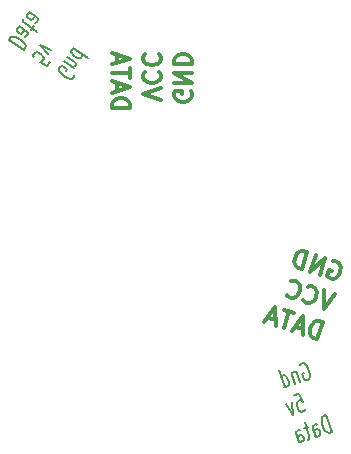
<source format=gbr>
%TF.GenerationSoftware,KiCad,Pcbnew,5.1.8*%
%TF.CreationDate,2021-01-22T11:52:35-05:00*%
%TF.ProjectId,penrosedart,70656e72-6f73-4656-9461-72742e6b6963,rev?*%
%TF.SameCoordinates,Original*%
%TF.FileFunction,Legend,Bot*%
%TF.FilePolarity,Positive*%
%FSLAX46Y46*%
G04 Gerber Fmt 4.6, Leading zero omitted, Abs format (unit mm)*
G04 Created by KiCad (PCBNEW 5.1.8) date 2021-01-22 11:52:35*
%MOMM*%
%LPD*%
G01*
G04 APERTURE LIST*
%ADD10C,0.375000*%
%ADD11C,0.150000*%
%ADD12C,0.100000*%
%ADD13C,2.100000*%
%ADD14C,1.150000*%
%ADD15O,1.700000X1.700000*%
%ADD16R,1.700000X1.700000*%
G04 APERTURE END LIST*
D10*
X151203000Y-81370921D02*
X151274428Y-81513778D01*
X151274428Y-81728064D01*
X151203000Y-81942350D01*
X151060142Y-82085207D01*
X150917285Y-82156635D01*
X150631571Y-82228064D01*
X150417285Y-82228064D01*
X150131571Y-82156635D01*
X149988714Y-82085207D01*
X149845857Y-81942350D01*
X149774428Y-81728064D01*
X149774428Y-81585207D01*
X149845857Y-81370921D01*
X149917285Y-81299492D01*
X150417285Y-81299492D01*
X150417285Y-81585207D01*
X149774428Y-80656635D02*
X151274428Y-80656635D01*
X149774428Y-79799492D01*
X151274428Y-79799492D01*
X149774428Y-79085207D02*
X151274428Y-79085207D01*
X151274428Y-78728064D01*
X151203000Y-78513778D01*
X151060142Y-78370921D01*
X150917285Y-78299492D01*
X150631571Y-78228064D01*
X150417285Y-78228064D01*
X150131571Y-78299492D01*
X149988714Y-78370921D01*
X149845857Y-78513778D01*
X149774428Y-78728064D01*
X149774428Y-79085207D01*
X148649428Y-82085207D02*
X147149428Y-81585207D01*
X148649428Y-81085207D01*
X147292285Y-79728064D02*
X147220857Y-79799492D01*
X147149428Y-80013778D01*
X147149428Y-80156635D01*
X147220857Y-80370921D01*
X147363714Y-80513778D01*
X147506571Y-80585207D01*
X147792285Y-80656635D01*
X148006571Y-80656635D01*
X148292285Y-80585207D01*
X148435142Y-80513778D01*
X148578000Y-80370921D01*
X148649428Y-80156635D01*
X148649428Y-80013778D01*
X148578000Y-79799492D01*
X148506571Y-79728064D01*
X147292285Y-78228064D02*
X147220857Y-78299492D01*
X147149428Y-78513778D01*
X147149428Y-78656635D01*
X147220857Y-78870921D01*
X147363714Y-79013778D01*
X147506571Y-79085207D01*
X147792285Y-79156635D01*
X148006571Y-79156635D01*
X148292285Y-79085207D01*
X148435142Y-79013778D01*
X148578000Y-78870921D01*
X148649428Y-78656635D01*
X148649428Y-78513778D01*
X148578000Y-78299492D01*
X148506571Y-78228064D01*
X144524428Y-82799492D02*
X146024428Y-82799492D01*
X146024428Y-82442350D01*
X145953000Y-82228064D01*
X145810142Y-82085207D01*
X145667285Y-82013778D01*
X145381571Y-81942350D01*
X145167285Y-81942350D01*
X144881571Y-82013778D01*
X144738714Y-82085207D01*
X144595857Y-82228064D01*
X144524428Y-82442350D01*
X144524428Y-82799492D01*
X144953000Y-81370921D02*
X144953000Y-80656635D01*
X144524428Y-81513778D02*
X146024428Y-81013778D01*
X144524428Y-80513778D01*
X146024428Y-80228064D02*
X146024428Y-79370921D01*
X144524428Y-79799492D02*
X146024428Y-79799492D01*
X144953000Y-78942350D02*
X144953000Y-78228064D01*
X144524428Y-79085207D02*
X146024428Y-78585207D01*
X144524428Y-78085207D01*
D11*
X141337141Y-79994006D02*
X141338949Y-80113040D01*
X141254979Y-80228614D01*
X141113223Y-80302203D01*
X140941670Y-80295283D01*
X140798106Y-80249838D01*
X140538969Y-80120424D01*
X140365608Y-79994470D01*
X140162450Y-79788007D01*
X140074866Y-79665513D01*
X140015271Y-79504494D01*
X140041454Y-79346936D01*
X140097433Y-79269886D01*
X140239190Y-79196297D01*
X140324966Y-79199757D01*
X140729475Y-79493650D01*
X140617516Y-79647748D01*
X141270317Y-79356852D02*
X140461300Y-78769066D01*
X141154744Y-79272882D02*
X141240520Y-79276342D01*
X141354287Y-79241278D01*
X141438256Y-79125704D01*
X141436449Y-79006670D01*
X141348865Y-78884176D01*
X140713208Y-78422345D01*
X141245014Y-77690377D02*
X142458540Y-78572055D01*
X141302801Y-77732362D02*
X141189035Y-77767426D01*
X141077075Y-77921525D01*
X141078883Y-78040559D01*
X141108680Y-78121068D01*
X141196264Y-78243562D01*
X141542986Y-78495470D01*
X141686549Y-78540915D01*
X141772326Y-78544375D01*
X141886092Y-78509310D01*
X141998052Y-78355212D01*
X141996244Y-78236178D01*
X139299343Y-78837191D02*
X139019446Y-79222437D01*
X138413587Y-78841115D01*
X138499363Y-78844575D01*
X138613130Y-78809511D01*
X138753079Y-78616887D01*
X138751271Y-78497854D01*
X138721474Y-78417344D01*
X138633890Y-78294850D01*
X138344955Y-78084927D01*
X138201392Y-78039482D01*
X138115615Y-78036022D01*
X138001849Y-78071087D01*
X137861900Y-78263710D01*
X137863707Y-78382744D01*
X137893504Y-78463253D01*
X139118753Y-78235101D02*
X138449685Y-77454693D01*
X139398651Y-77849855D01*
X135822295Y-76987861D02*
X137035820Y-77869539D01*
X137175769Y-77676916D01*
X137201951Y-77519357D01*
X137142357Y-77358339D01*
X137054773Y-77235845D01*
X136851615Y-77029382D01*
X136678254Y-76903428D01*
X136419117Y-76774014D01*
X136275553Y-76728569D01*
X136104000Y-76721649D01*
X135962243Y-76795238D01*
X135822295Y-76987861D01*
X136661988Y-75832123D02*
X137297644Y-76293954D01*
X137385228Y-76416448D01*
X137387035Y-76535482D01*
X137275076Y-76689580D01*
X137161310Y-76724645D01*
X136719775Y-75874107D02*
X136606008Y-75909172D01*
X136466059Y-76101795D01*
X136467867Y-76220829D01*
X136555451Y-76343323D01*
X136671025Y-76427292D01*
X136814588Y-76472737D01*
X136928355Y-76437672D01*
X137068304Y-76245049D01*
X137182070Y-76209984D01*
X137666933Y-76150235D02*
X137890851Y-75842039D01*
X138155411Y-76328554D02*
X137115246Y-75572830D01*
X137027662Y-75450336D01*
X137025855Y-75331302D01*
X137081834Y-75254253D01*
X137529671Y-74637859D02*
X138165327Y-75099691D01*
X138252911Y-75222185D01*
X138254718Y-75341218D01*
X138142759Y-75495317D01*
X138028993Y-75530382D01*
X137587458Y-74679844D02*
X137473691Y-74714909D01*
X137333742Y-74907532D01*
X137335550Y-75026566D01*
X137423134Y-75149060D01*
X137538708Y-75233029D01*
X137682271Y-75278474D01*
X137796038Y-75243409D01*
X137935987Y-75050786D01*
X138049753Y-75015721D01*
X160419989Y-104501517D02*
X160488493Y-104404155D01*
X160624359Y-104360009D01*
X160782296Y-104383797D01*
X160917019Y-104490232D01*
X161006452Y-104611382D01*
X161140031Y-104868397D01*
X161206249Y-105072195D01*
X161249251Y-105358640D01*
X161248108Y-105509221D01*
X161201677Y-105674516D01*
X161087884Y-105786594D01*
X160997307Y-105816024D01*
X160839369Y-105792237D01*
X160772008Y-105739019D01*
X160617500Y-105263491D01*
X160798654Y-105204631D01*
X160099541Y-105056264D02*
X160408558Y-106007320D01*
X160143686Y-105192129D02*
X160076325Y-105138912D01*
X159963676Y-105100409D01*
X159827811Y-105144555D01*
X159759306Y-105241917D01*
X159758163Y-105392498D01*
X160000962Y-106139756D01*
X159140483Y-106419343D02*
X158676957Y-104992758D01*
X159118410Y-106351410D02*
X159231059Y-106389913D01*
X159412213Y-106331053D01*
X159480717Y-106233690D01*
X159503933Y-106151042D01*
X159505076Y-106000462D01*
X159372640Y-105592866D01*
X159283207Y-105471716D01*
X159215846Y-105418498D01*
X159103196Y-105379996D01*
X158922042Y-105438856D01*
X158853538Y-105536219D01*
X159939415Y-107106071D02*
X160392299Y-106958920D01*
X160658314Y-107623531D01*
X160590953Y-107570313D01*
X160478303Y-107531811D01*
X160251861Y-107605386D01*
X160183357Y-107702749D01*
X160160141Y-107785397D01*
X160158998Y-107935977D01*
X160269361Y-108275640D01*
X160358795Y-108396790D01*
X160426156Y-108450008D01*
X160538806Y-108488510D01*
X160765248Y-108414935D01*
X160833752Y-108317572D01*
X160856968Y-108234924D01*
X159731616Y-107699320D02*
X159814191Y-108723952D01*
X159278732Y-107846471D01*
X163114627Y-110175085D02*
X162651101Y-108748500D01*
X162424659Y-108822076D01*
X162310867Y-108934153D01*
X162264435Y-109099449D01*
X162263292Y-109250029D01*
X162306294Y-109536475D01*
X162372512Y-109740273D01*
X162506091Y-109997288D01*
X162595525Y-110118438D01*
X162730247Y-110224873D01*
X162888185Y-110248660D01*
X163114627Y-110175085D01*
X161755975Y-110616538D02*
X161513176Y-109869279D01*
X161514319Y-109718699D01*
X161582823Y-109621336D01*
X161763977Y-109562476D01*
X161876626Y-109600978D01*
X161733902Y-110548605D02*
X161846552Y-110587108D01*
X162072994Y-110513532D01*
X162141498Y-110416169D01*
X162142641Y-110265589D01*
X162098496Y-110129724D01*
X162009062Y-110008574D01*
X161896413Y-109970071D01*
X161669970Y-110043647D01*
X161557321Y-110005144D01*
X161129939Y-109768487D02*
X160767632Y-109886208D01*
X160839565Y-109337104D02*
X161236873Y-110559891D01*
X161235730Y-110710471D01*
X161167226Y-110807834D01*
X161076649Y-110837264D01*
X160352034Y-111072706D02*
X160109235Y-110325447D01*
X160110378Y-110174867D01*
X160178882Y-110077504D01*
X160360036Y-110018643D01*
X160472686Y-110057146D01*
X160329962Y-111004773D02*
X160442611Y-111043275D01*
X160669053Y-110969700D01*
X160737557Y-110872337D01*
X160738700Y-110721757D01*
X160694555Y-110585892D01*
X160605121Y-110464742D01*
X160492472Y-110426239D01*
X160266030Y-110499815D01*
X160153380Y-110461312D01*
D10*
X163223990Y-95751899D02*
X163381928Y-95728112D01*
X163585726Y-95794330D01*
X163767451Y-95928480D01*
X163859171Y-96108491D01*
X163882959Y-96266428D01*
X163862601Y-96560232D01*
X163796383Y-96764029D01*
X163640160Y-97013687D01*
X163528082Y-97127480D01*
X163348071Y-97219200D01*
X163122201Y-97220914D01*
X162986335Y-97176769D01*
X162804610Y-97042618D01*
X162758750Y-96952613D01*
X162913259Y-96477085D01*
X163184989Y-96565376D01*
X162103212Y-96889825D02*
X162566737Y-95463240D01*
X161288020Y-96624953D01*
X161751546Y-95198368D01*
X160608694Y-96404227D02*
X161072220Y-94977642D01*
X160732557Y-94867279D01*
X160506686Y-94868993D01*
X160326676Y-94960713D01*
X160214598Y-95074506D01*
X160058375Y-95324164D01*
X159992157Y-95527961D01*
X159971799Y-95821764D01*
X159995586Y-95979702D01*
X160087306Y-96159713D01*
X160269031Y-96293863D01*
X160608694Y-96404227D01*
X163385950Y-98489506D02*
X162446896Y-99761583D01*
X162434893Y-98180489D01*
X160724793Y-99051829D02*
X160770653Y-99141834D01*
X160952379Y-99275984D01*
X161088244Y-99320130D01*
X161314114Y-99318415D01*
X161494125Y-99226695D01*
X161606203Y-99112903D01*
X161762426Y-98863245D01*
X161828644Y-98659447D01*
X161849002Y-98365644D01*
X161825214Y-98207706D01*
X161733494Y-98027696D01*
X161551769Y-97893545D01*
X161415904Y-97849400D01*
X161190034Y-97851114D01*
X161100028Y-97896974D01*
X159298209Y-98588303D02*
X159344069Y-98678308D01*
X159525794Y-98812459D01*
X159661659Y-98856604D01*
X159887529Y-98854890D01*
X160067540Y-98763170D01*
X160179618Y-98649377D01*
X160335841Y-98399719D01*
X160402059Y-98195921D01*
X160422417Y-97902118D01*
X160398630Y-97744181D01*
X160306910Y-97564170D01*
X160125184Y-97430019D01*
X159989319Y-97385874D01*
X159763449Y-97387589D01*
X159673444Y-97433449D01*
X161907456Y-102346396D02*
X162370982Y-100919811D01*
X162031319Y-100809448D01*
X161805448Y-100811163D01*
X161625438Y-100902883D01*
X161513360Y-101016675D01*
X161357137Y-101266333D01*
X161290919Y-101470131D01*
X161270561Y-101763934D01*
X161294348Y-101921872D01*
X161386068Y-102101882D01*
X161567793Y-102236033D01*
X161907456Y-102346396D01*
X160681240Y-101497348D02*
X160001914Y-101276621D01*
X160684669Y-101949089D02*
X160672667Y-100367995D01*
X159733613Y-101640072D01*
X159925408Y-100125196D02*
X159110217Y-99860325D01*
X159054287Y-101419345D02*
X159517812Y-99992760D01*
X158371531Y-100746878D02*
X157692205Y-100526151D01*
X158374961Y-101198619D02*
X158362958Y-99617525D01*
X157423904Y-100889602D01*
%LPC*%
%TO.C,J1*%
G36*
G01*
X135750333Y-77567649D02*
X135750333Y-77567649D01*
G75*
G02*
X135938380Y-78754930I-499617J-687664D01*
G01*
X135938380Y-78754930D01*
G75*
G02*
X134751099Y-78942977I-687664J499617D01*
G01*
X134751099Y-78942977D01*
G75*
G02*
X134563052Y-77755696I499617J687664D01*
G01*
X134563052Y-77755696D01*
G75*
G02*
X135750333Y-77567649I687664J-499617D01*
G01*
G37*
G36*
G01*
X137805236Y-79060623D02*
X137805236Y-79060623D01*
G75*
G02*
X137993283Y-80247904I-499617J-687664D01*
G01*
X137993283Y-80247904D01*
G75*
G02*
X136806002Y-80435951I-687664J499617D01*
G01*
X136806002Y-80435951D01*
G75*
G02*
X136617955Y-79248670I499617J687664D01*
G01*
X136617955Y-79248670D01*
G75*
G02*
X137805236Y-79060623I687664J-499617D01*
G01*
G37*
D12*
G36*
X139172475Y-80053980D02*
G01*
X140547804Y-81053215D01*
X139548569Y-82428544D01*
X138173240Y-81429309D01*
X139172475Y-80053980D01*
G37*
%TD*%
D13*
%TO.C,M2.1*%
X169799000Y-81788000D03*
%TD*%
%TO.C, *%
X162179000Y-106807000D03*
%TD*%
%TO.C,M2.1*%
X140462000Y-76708000D03*
%TD*%
D14*
%TO.C,MH*%
X169418000Y-78486000D03*
%TD*%
D12*
%TO.C,J2*%
G36*
X164212856Y-97707416D02*
G01*
X164738184Y-96090620D01*
X166354980Y-96615948D01*
X165829652Y-98232744D01*
X164212856Y-97707416D01*
G37*
G36*
G01*
X163690617Y-99314702D02*
X163690617Y-99314702D01*
G75*
G02*
X164761679Y-98768968I808398J-262664D01*
G01*
X164761679Y-98768968D01*
G75*
G02*
X165307413Y-99840030I-262664J-808398D01*
G01*
X165307413Y-99840030D01*
G75*
G02*
X164236351Y-100385764I-808398J262664D01*
G01*
X164236351Y-100385764D01*
G75*
G02*
X163690617Y-99314702I262664J808398D01*
G01*
G37*
G36*
G01*
X162905714Y-101730385D02*
X162905714Y-101730385D01*
G75*
G02*
X163976776Y-101184651I808398J-262664D01*
G01*
X163976776Y-101184651D01*
G75*
G02*
X164522510Y-102255713I-262664J-808398D01*
G01*
X164522510Y-102255713D01*
G75*
G02*
X163451448Y-102801447I-808398J262664D01*
G01*
X163451448Y-102801447D01*
G75*
G02*
X162905714Y-101730385I262664J808398D01*
G01*
G37*
%TD*%
%TO.C,J3*%
G36*
X156993925Y-107312459D02*
G01*
X156468597Y-105695663D01*
X158085393Y-105170335D01*
X158610721Y-106787131D01*
X156993925Y-107312459D01*
G37*
G36*
G01*
X157516164Y-108919745D02*
X157516164Y-108919745D01*
G75*
G02*
X158061898Y-107848683I808398J262664D01*
G01*
X158061898Y-107848683D01*
G75*
G02*
X159132960Y-108394417I262664J-808398D01*
G01*
X159132960Y-108394417D01*
G75*
G02*
X158587226Y-109465479I-808398J-262664D01*
G01*
X158587226Y-109465479D01*
G75*
G02*
X157516164Y-108919745I-262664J808398D01*
G01*
G37*
G36*
G01*
X158301067Y-111335428D02*
X158301067Y-111335428D01*
G75*
G02*
X158846801Y-110264366I808398J262664D01*
G01*
X158846801Y-110264366D01*
G75*
G02*
X159917863Y-110810100I262664J-808398D01*
G01*
X159917863Y-110810100D01*
G75*
G02*
X159372129Y-111881162I-808398J-262664D01*
G01*
X159372129Y-111881162D01*
G75*
G02*
X158301067Y-111335428I-262664J808398D01*
G01*
G37*
%TD*%
D15*
%TO.C,J4*%
X145310085Y-76679340D03*
X147850085Y-76679340D03*
D16*
X150390085Y-76679340D03*
%TD*%
M02*

</source>
